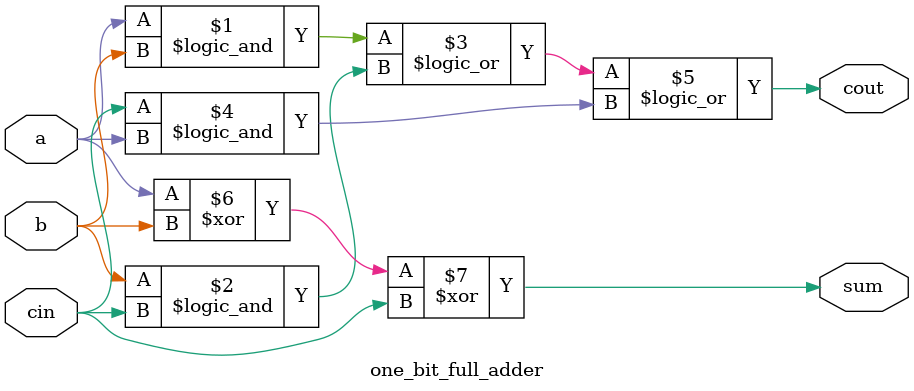
<source format=v>
module one_bit_full_adder(a,b,cin,sum,cout);
    input a;
    input b;
    input cin;

    output cout;
    output sum;

    //Combinational Logic
    assign cout = ((a&&b)||(b&&cin)||(cin&&a));
    assign sum = a^b^cin;
endmodule
</source>
